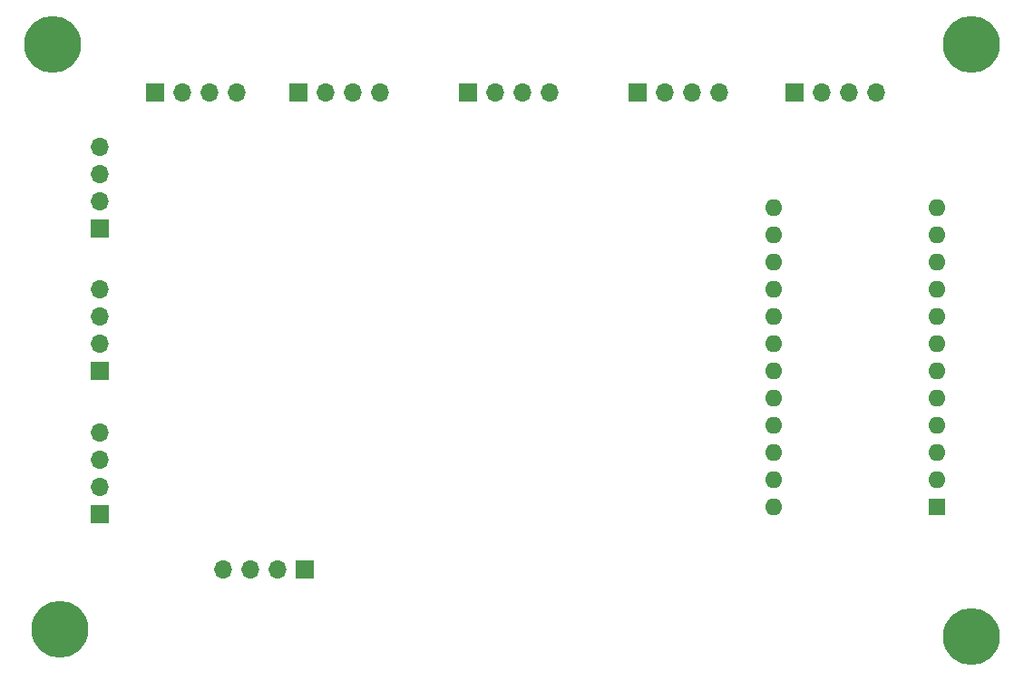
<source format=gbr>
%TF.GenerationSoftware,KiCad,Pcbnew,(6.0.4)*%
%TF.CreationDate,2022-05-05T20:35:19-04:00*%
%TF.ProjectId,mainboard,6d61696e-626f-4617-9264-2e6b69636164,0.0*%
%TF.SameCoordinates,Original*%
%TF.FileFunction,Soldermask,Bot*%
%TF.FilePolarity,Negative*%
%FSLAX46Y46*%
G04 Gerber Fmt 4.6, Leading zero omitted, Abs format (unit mm)*
G04 Created by KiCad (PCBNEW (6.0.4)) date 2022-05-05 20:35:19*
%MOMM*%
%LPD*%
G01*
G04 APERTURE LIST*
%ADD10R,1.700000X1.700000*%
%ADD11O,1.700000X1.700000*%
%ADD12C,5.300000*%
%ADD13R,1.600000X1.600000*%
%ADD14O,1.600000X1.600000*%
G04 APERTURE END LIST*
D10*
%TO.C,J6*%
X62795000Y-55870000D03*
D11*
X62795000Y-53330000D03*
X62795000Y-50790000D03*
X62795000Y-48250000D03*
%TD*%
D12*
%TO.C,H4*%
X59055000Y-93345000D03*
%TD*%
%TO.C,H3*%
X144145000Y-93980000D03*
%TD*%
%TO.C,H2*%
X144145000Y-38735000D03*
%TD*%
%TO.C,H1*%
X58420000Y-38735000D03*
%TD*%
D10*
%TO.C,J1*%
X127625000Y-43170000D03*
D11*
X130165000Y-43170000D03*
X132705000Y-43170000D03*
X135245000Y-43170000D03*
%TD*%
D10*
%TO.C,J5*%
X67935000Y-43170000D03*
D11*
X70475000Y-43170000D03*
X73015000Y-43170000D03*
X75555000Y-43170000D03*
%TD*%
D10*
%TO.C,J3*%
X97215000Y-43180000D03*
D11*
X99755000Y-43180000D03*
X102295000Y-43180000D03*
X104835000Y-43180000D03*
%TD*%
D10*
%TO.C,J9*%
X81905000Y-87700000D03*
D11*
X79365000Y-87700000D03*
X76825000Y-87700000D03*
X74285000Y-87700000D03*
%TD*%
D10*
%TO.C,J8*%
X62795000Y-82540000D03*
D11*
X62795000Y-80000000D03*
X62795000Y-77460000D03*
X62795000Y-74920000D03*
%TD*%
D10*
%TO.C,J7*%
X62795000Y-69205000D03*
D11*
X62795000Y-66665000D03*
X62795000Y-64125000D03*
X62795000Y-61585000D03*
%TD*%
D10*
%TO.C,J2*%
X113030000Y-43180000D03*
D11*
X115570000Y-43180000D03*
X118110000Y-43180000D03*
X120650000Y-43180000D03*
%TD*%
D10*
%TO.C,J4*%
X81340000Y-43180000D03*
D11*
X83880000Y-43180000D03*
X86420000Y-43180000D03*
X88960000Y-43180000D03*
%TD*%
D13*
%TO.C,U2*%
X140970000Y-81915000D03*
D14*
X140970000Y-79375000D03*
X140970000Y-76835000D03*
X140970000Y-74295000D03*
X140970000Y-71755000D03*
X140970000Y-69215000D03*
X140970000Y-66675000D03*
X140970000Y-64135000D03*
X140970000Y-61595000D03*
X140970000Y-59055000D03*
X140970000Y-56515000D03*
X140970000Y-53975000D03*
X125730000Y-53975000D03*
X125730000Y-56515000D03*
X125730000Y-59055000D03*
X125730000Y-61595000D03*
X125730000Y-64135000D03*
X125730000Y-66675000D03*
X125730000Y-69215000D03*
X125730000Y-71755000D03*
X125730000Y-74295000D03*
X125730000Y-76835000D03*
X125730000Y-79375000D03*
X125730000Y-81915000D03*
%TD*%
M02*

</source>
